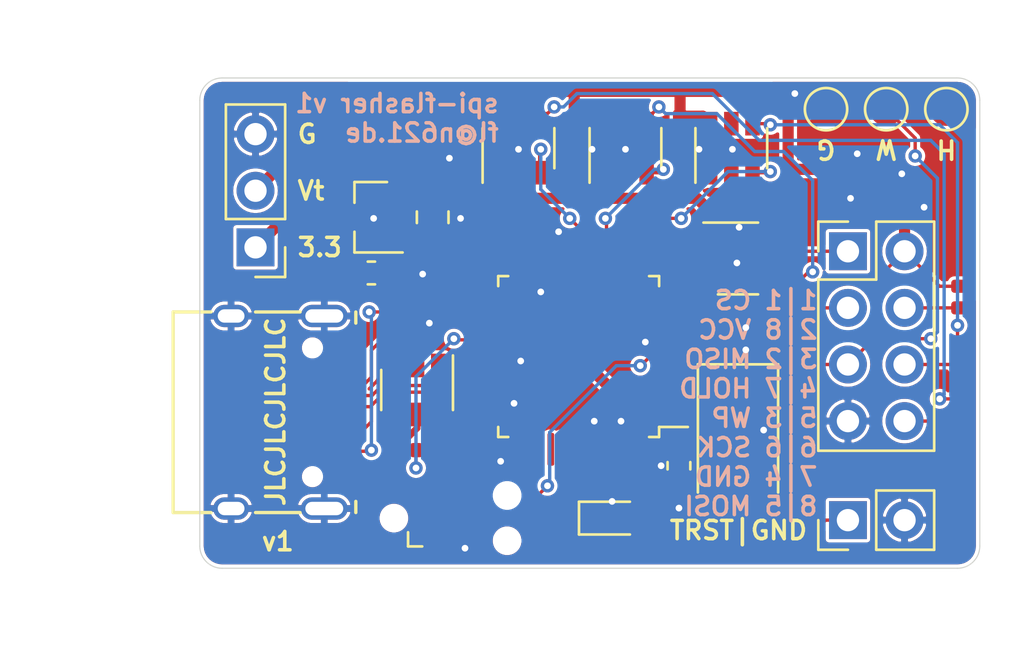
<source format=kicad_pcb>
(kicad_pcb (version 20171130) (host pcbnew 5.1.4)
  (layers (0 F.Cu signal) (31 B.Cu signal) (34 B.Paste user) (35 F.Paste user) (36 B.SilkS user) (37 F.SilkS user) (38 B.Mask user) (39 F.Mask user) (44 Edge.Cuts user))
  (net 0 "")
  (net 1 GND)
  (net 2 VBUS)
  (net 3 +3V3)
  (net 4 "Net-(C3-Pad1)")
  (net 5 /NRST)
  (net 6 /V_TARGET)
  (net 7 "Net-(C6-Pad1)")
  (net 8 "Net-(D1-Pad1)")
  (net 9 "Net-(J1-PadB5)")
  (net 10 "Net-(J1-PadA8)")
  (net 11 /USB_DP)
  (net 12 /USB_DM)
  (net 13 "Net-(J1-PadA5)")
  (net 14 "Net-(J1-PadB8)")
  (net 15 "Net-(J2-Pad6)")
  (net 16 /SWCLK)
  (net 17 /SWDIO)
  (net 18 /TRST)
  (net 19 "Net-(J5-Pad8)")
  (net 20 "Net-(J5-Pad6)")
  (net 21 /WP)
  (net 22 /HOLD)
  (net 23 "Net-(J5-Pad3)")
  (net 24 "Net-(J5-Pad1)")
  (net 25 "Net-(R3-Pad1)")
  (net 26 /NSS)
  (net 27 /MISO)
  (net 28 "Net-(R6-Pad1)")
  (net 29 /SCK)
  (net 30 /MOSI)
  (net 31 "Net-(U2-Pad4)")
  (net 32 "Net-(U2-Pad3)")
  (net 33 "Net-(U4-Pad46)")
  (net 34 "Net-(U4-Pad43)")
  (net 35 "Net-(U4-Pad41)")
  (net 36 "Net-(U4-Pad40)")
  (net 37 "Net-(U4-Pad39)")
  (net 38 "Net-(U4-Pad38)")
  (net 39 "Net-(U4-Pad31)")
  (net 40 "Net-(U4-Pad30)")
  (net 41 "Net-(U4-Pad28)")
  (net 42 "Net-(U4-Pad27)")
  (net 43 "Net-(U4-Pad26)")
  (net 44 "Net-(U4-Pad25)")
  (net 45 "Net-(U4-Pad22)")
  (net 46 "Net-(U4-Pad21)")
  (net 47 "Net-(U4-Pad20)")
  (net 48 "Net-(U4-Pad19)")
  (net 49 "Net-(U4-Pad18)")
  (net 50 /MOSI_MCU)
  (net 51 /MISO_MCU)
  (net 52 /SCK_MCU)
  (net 53 /NSS_MCU)
  (net 54 "Net-(U4-Pad13)")
  (net 55 "Net-(U4-Pad12)")
  (net 56 "Net-(U4-Pad11)")
  (net 57 "Net-(U4-Pad10)")
  (net 58 "Net-(U4-Pad4)")
  (net 59 "Net-(U4-Pad3)")
  (net 60 "Net-(U4-Pad2)")
  (module Package_TO_SOT_SMD:SOT-23 (layer F.Cu) (at 107.7 84.25 180)
    (fp_text reference U1 hide)
    (fp_text value XC6206)
    (pad 3 smd rect (at 1 0 180) (size 0.9 0.8) (layers F.Cu F.Paste F.Mask) (net 2 VBUS))
    (pad 2 smd rect (at -1 0.95 180) (size 0.9 0.8) (layers F.Cu F.Paste F.Mask) (net 3 +3V3))
    (pad 1 smd rect (at -1 -0.95 180) (size 0.9 0.8) (layers F.Cu F.Paste F.Mask) (net 1 GND))
  )
  (module Crystal:Crystal_SMD_5032-2Pin_5.0x3.2mm (layer F.Cu) (at 124.15 93.9 270)
    (fp_text reference Y1 hide)
    (fp_text value 8MHz)
    (pad 1 smd rect (at -1.85 0 270) (size 2 2.4) (layers F.Cu F.Paste F.Mask) (net 7 "Net-(C6-Pad1)"))
    (pad 2 smd rect (at 1.85 0 270) (size 2 2.4) (layers F.Cu F.Paste F.Mask) (net 4 "Net-(C3-Pad1)"))
  )
  (module Package_TO_SOT_SMD:SOT-23-6 (layer F.Cu) (at 119.1 81.15 90)
    (fp_text reference U8 hide)
    (fp_text value SN74LVC1T45DBV)
    (pad 5 smd rect (at 1.1 0 90) (size 1.06 0.65) (layers F.Cu F.Paste F.Mask) (net 1 GND))
    (pad 6 smd rect (at 1.1 -0.95 90) (size 1.06 0.65) (layers F.Cu F.Paste F.Mask) (net 6 /V_TARGET))
    (pad 4 smd rect (at 1.1 0.95 90) (size 1.06 0.65) (layers F.Cu F.Paste F.Mask) (net 27 /MISO))
    (pad 3 smd rect (at -1.1 0.95 90) (size 1.06 0.65) (layers F.Cu F.Paste F.Mask) (net 51 /MISO_MCU))
    (pad 2 smd rect (at -1.1 0 90) (size 1.06 0.65) (layers F.Cu F.Paste F.Mask) (net 1 GND))
    (pad 1 smd rect (at -1.1 -0.95 90) (size 1.06 0.65) (layers F.Cu F.Paste F.Mask) (net 3 +3V3))
  )
  (module Package_TO_SOT_SMD:SOT-23-6 (layer F.Cu) (at 123.85 81.15 90)
    (fp_text reference U7 hide)
    (fp_text value SN74LVC1T45DBV)
    (pad 5 smd rect (at 1.1 0 90) (size 1.06 0.65) (layers F.Cu F.Paste F.Mask) (net 3 +3V3))
    (pad 6 smd rect (at 1.1 -0.95 90) (size 1.06 0.65) (layers F.Cu F.Paste F.Mask) (net 6 /V_TARGET))
    (pad 4 smd rect (at 1.1 0.95 90) (size 1.06 0.65) (layers F.Cu F.Paste F.Mask) (net 29 /SCK))
    (pad 3 smd rect (at -1.1 0.95 90) (size 1.06 0.65) (layers F.Cu F.Paste F.Mask) (net 52 /SCK_MCU))
    (pad 2 smd rect (at -1.1 0 90) (size 1.06 0.65) (layers F.Cu F.Paste F.Mask) (net 1 GND))
    (pad 1 smd rect (at -1.1 -0.95 90) (size 1.06 0.65) (layers F.Cu F.Paste F.Mask) (net 3 +3V3))
  )
  (module Package_TO_SOT_SMD:SOT-23-6 (layer F.Cu) (at 114.3 81.15 90)
    (fp_text reference U6 hide)
    (fp_text value SN74LVC1T45DBV)
    (pad 5 smd rect (at 1.1 0 90) (size 1.06 0.65) (layers F.Cu F.Paste F.Mask) (net 3 +3V3))
    (pad 6 smd rect (at 1.1 -0.95 90) (size 1.06 0.65) (layers F.Cu F.Paste F.Mask) (net 6 /V_TARGET))
    (pad 4 smd rect (at 1.1 0.95 90) (size 1.06 0.65) (layers F.Cu F.Paste F.Mask) (net 30 /MOSI))
    (pad 3 smd rect (at -1.1 0.95 90) (size 1.06 0.65) (layers F.Cu F.Paste F.Mask) (net 50 /MOSI_MCU))
    (pad 2 smd rect (at -1.1 0 90) (size 1.06 0.65) (layers F.Cu F.Paste F.Mask) (net 1 GND))
    (pad 1 smd rect (at -1.1 -0.95 90) (size 1.06 0.65) (layers F.Cu F.Paste F.Mask) (net 3 +3V3))
  )
  (module Package_TO_SOT_SMD:SOT-23-6 (layer F.Cu) (at 124.15 86.1)
    (fp_text reference U5 hide)
    (fp_text value SN74LVC1T45DBV)
    (pad 5 smd rect (at 1.1 0) (size 1.06 0.65) (layers F.Cu F.Paste F.Mask) (net 3 +3V3))
    (pad 6 smd rect (at 1.1 -0.95) (size 1.06 0.65) (layers F.Cu F.Paste F.Mask) (net 6 /V_TARGET))
    (pad 4 smd rect (at 1.1 0.95) (size 1.06 0.65) (layers F.Cu F.Paste F.Mask) (net 26 /NSS))
    (pad 3 smd rect (at -1.1 0.95) (size 1.06 0.65) (layers F.Cu F.Paste F.Mask) (net 53 /NSS_MCU))
    (pad 2 smd rect (at -1.1 0) (size 1.06 0.65) (layers F.Cu F.Paste F.Mask) (net 1 GND))
    (pad 1 smd rect (at -1.1 -0.95) (size 1.06 0.65) (layers F.Cu F.Paste F.Mask) (net 3 +3V3))
  )
  (module Package_QFP:LQFP-48_7x7mm_P0.5mm (layer F.Cu) (at 117 90.5 180)
    (fp_text reference U4 hide)
    (fp_text value STM32F103C8T6)
    (pad 48 smd roundrect (at -2.75 -4.1625 180) (size 0.3 1.475) (layers F.Cu F.Paste F.Mask) (net 3 +3V3))
    (pad 47 smd roundrect (at -2.25 -4.1625 180) (size 0.3 1.475) (layers F.Cu F.Paste F.Mask) (net 1 GND))
    (pad 46 smd roundrect (at -1.75 -4.1625 180) (size 0.3 1.475) (layers F.Cu F.Paste F.Mask) (net 33 "Net-(U4-Pad46)"))
    (pad 45 smd roundrect (at -1.25 -4.1625 180) (size 0.3 1.475) (layers F.Cu F.Paste F.Mask) (net 25 "Net-(R3-Pad1)"))
    (pad 44 smd roundrect (at -0.75 -4.1625 180) (size 0.3 1.475) (layers F.Cu F.Paste F.Mask) (net 1 GND))
    (pad 43 smd roundrect (at -0.25 -4.1625 180) (size 0.3 1.475) (layers F.Cu F.Paste F.Mask) (net 34 "Net-(U4-Pad43)"))
    (pad 42 smd roundrect (at 0.25 -4.1625 180) (size 0.3 1.475) (layers F.Cu F.Paste F.Mask) (net 18 /TRST))
    (pad 41 smd roundrect (at 0.75 -4.1625 180) (size 0.3 1.475) (layers F.Cu F.Paste F.Mask) (net 35 "Net-(U4-Pad41)"))
    (pad 40 smd roundrect (at 1.25 -4.1625 180) (size 0.3 1.475) (layers F.Cu F.Paste F.Mask) (net 36 "Net-(U4-Pad40)"))
    (pad 39 smd roundrect (at 1.75 -4.1625 180) (size 0.3 1.475) (layers F.Cu F.Paste F.Mask) (net 37 "Net-(U4-Pad39)"))
    (pad 38 smd roundrect (at 2.25 -4.1625 180) (size 0.3 1.475) (layers F.Cu F.Paste F.Mask) (net 38 "Net-(U4-Pad38)"))
    (pad 37 smd roundrect (at 2.75 -4.1625 180) (size 0.3 1.475) (layers F.Cu F.Paste F.Mask) (net 16 /SWCLK))
    (pad 36 smd roundrect (at 4.1625 -2.75 180) (size 1.475 0.3) (layers F.Cu F.Paste F.Mask) (net 3 +3V3))
    (pad 35 smd roundrect (at 4.1625 -2.25 180) (size 1.475 0.3) (layers F.Cu F.Paste F.Mask) (net 1 GND))
    (pad 34 smd roundrect (at 4.1625 -1.75 180) (size 1.475 0.3) (layers F.Cu F.Paste F.Mask) (net 17 /SWDIO))
    (pad 33 smd roundrect (at 4.1625 -1.25 180) (size 1.475 0.3) (layers F.Cu F.Paste F.Mask) (net 11 /USB_DP))
    (pad 32 smd roundrect (at 4.1625 -0.75 180) (size 1.475 0.3) (layers F.Cu F.Paste F.Mask) (net 12 /USB_DM))
    (pad 31 smd roundrect (at 4.1625 -0.25 180) (size 1.475 0.3) (layers F.Cu F.Paste F.Mask) (net 39 "Net-(U4-Pad31)"))
    (pad 30 smd roundrect (at 4.1625 0.25 180) (size 1.475 0.3) (layers F.Cu F.Paste F.Mask) (net 40 "Net-(U4-Pad30)"))
    (pad 29 smd roundrect (at 4.1625 0.75 180) (size 1.475 0.3) (layers F.Cu F.Paste F.Mask) (net 28 "Net-(R6-Pad1)"))
    (pad 28 smd roundrect (at 4.1625 1.25 180) (size 1.475 0.3) (layers F.Cu F.Paste F.Mask) (net 41 "Net-(U4-Pad28)"))
    (pad 27 smd roundrect (at 4.1625 1.75 180) (size 1.475 0.3) (layers F.Cu F.Paste F.Mask) (net 42 "Net-(U4-Pad27)"))
    (pad 26 smd roundrect (at 4.1625 2.25 180) (size 1.475 0.3) (layers F.Cu F.Paste F.Mask) (net 43 "Net-(U4-Pad26)"))
    (pad 25 smd roundrect (at 4.1625 2.75 180) (size 1.475 0.3) (layers F.Cu F.Paste F.Mask) (net 44 "Net-(U4-Pad25)"))
    (pad 24 smd roundrect (at 2.75 4.1625 180) (size 0.3 1.475) (layers F.Cu F.Paste F.Mask) (net 3 +3V3))
    (pad 23 smd roundrect (at 2.25 4.1625 180) (size 0.3 1.475) (layers F.Cu F.Paste F.Mask) (net 1 GND))
    (pad 22 smd roundrect (at 1.75 4.1625 180) (size 0.3 1.475) (layers F.Cu F.Paste F.Mask) (net 45 "Net-(U4-Pad22)"))
    (pad 21 smd roundrect (at 1.25 4.1625 180) (size 0.3 1.475) (layers F.Cu F.Paste F.Mask) (net 46 "Net-(U4-Pad21)"))
    (pad 20 smd roundrect (at 0.75 4.1625 180) (size 0.3 1.475) (layers F.Cu F.Paste F.Mask) (net 47 "Net-(U4-Pad20)"))
    (pad 19 smd roundrect (at 0.25 4.1625 180) (size 0.3 1.475) (layers F.Cu F.Paste F.Mask) (net 48 "Net-(U4-Pad19)"))
    (pad 18 smd roundrect (at -0.25 4.1625 180) (size 0.3 1.475) (layers F.Cu F.Paste F.Mask) (net 49 "Net-(U4-Pad18)"))
    (pad 17 smd roundrect (at -0.75 4.1625 180) (size 0.3 1.475) (layers F.Cu F.Paste F.Mask) (net 50 /MOSI_MCU))
    (pad 16 smd roundrect (at -1.25 4.1625 180) (size 0.3 1.475) (layers F.Cu F.Paste F.Mask) (net 51 /MISO_MCU))
    (pad 15 smd roundrect (at -1.75 4.1625 180) (size 0.3 1.475) (layers F.Cu F.Paste F.Mask) (net 52 /SCK_MCU))
    (pad 14 smd roundrect (at -2.25 4.1625 180) (size 0.3 1.475) (layers F.Cu F.Paste F.Mask) (net 53 /NSS_MCU))
    (pad 13 smd roundrect (at -2.75 4.1625 180) (size 0.3 1.475) (layers F.Cu F.Paste F.Mask) (net 54 "Net-(U4-Pad13)"))
    (pad 12 smd roundrect (at -4.1625 2.75 180) (size 1.475 0.3) (layers F.Cu F.Paste F.Mask) (net 55 "Net-(U4-Pad12)"))
    (pad 11 smd roundrect (at -4.1625 2.25 180) (size 1.475 0.3) (layers F.Cu F.Paste F.Mask) (net 56 "Net-(U4-Pad11)"))
    (pad 10 smd roundrect (at -4.1625 1.75 180) (size 1.475 0.3) (layers F.Cu F.Paste F.Mask) (net 57 "Net-(U4-Pad10)"))
    (pad 9 smd roundrect (at -4.1625 1.25 180) (size 1.475 0.3) (layers F.Cu F.Paste F.Mask) (net 3 +3V3))
    (pad 8 smd roundrect (at -4.1625 0.75 180) (size 1.475 0.3) (layers F.Cu F.Paste F.Mask) (net 1 GND))
    (pad 7 smd roundrect (at -4.1625 0.25 180) (size 1.475 0.3) (layers F.Cu F.Paste F.Mask) (net 5 /NRST))
    (pad 6 smd roundrect (at -4.1625 -0.25 180) (size 1.475 0.3) (layers F.Cu F.Paste F.Mask) (net 7 "Net-(C6-Pad1)"))
    (pad 5 smd roundrect (at -4.1625 -0.75 180) (size 1.475 0.3) (layers F.Cu F.Paste F.Mask) (net 4 "Net-(C3-Pad1)"))
    (pad 4 smd roundrect (at -4.1625 -1.25 180) (size 1.475 0.3) (layers F.Cu F.Paste F.Mask) (net 58 "Net-(U4-Pad4)"))
    (pad 3 smd roundrect (at -4.1625 -1.75 180) (size 1.475 0.3) (layers F.Cu F.Paste F.Mask) (net 59 "Net-(U4-Pad3)"))
    (pad 2 smd roundrect (at -4.1625 -2.25 180) (size 1.475 0.3) (layers F.Cu F.Paste F.Mask) (net 60 "Net-(U4-Pad2)"))
    (pad 1 smd roundrect (at -4.1625 -2.75 180) (size 1.475 0.3) (layers F.Cu F.Paste F.Mask) (net 3 +3V3))
  )
  (module Package_TO_SOT_SMD:SOT-23-6 (layer F.Cu) (at 109.75 92 270)
    (fp_text reference U2 hide)
    (fp_text value SRV05-4-P-T7)
    (pad 5 smd rect (at 1.1 0 270) (size 1.06 0.65) (layers F.Cu F.Paste F.Mask) (net 2 VBUS))
    (pad 6 smd rect (at 1.1 -0.95 270) (size 1.06 0.65) (layers F.Cu F.Paste F.Mask) (net 11 /USB_DP))
    (pad 4 smd rect (at 1.1 0.95 270) (size 1.06 0.65) (layers F.Cu F.Paste F.Mask) (net 31 "Net-(U2-Pad4)"))
    (pad 3 smd rect (at -1.1 0.95 270) (size 1.06 0.65) (layers F.Cu F.Paste F.Mask) (net 32 "Net-(U2-Pad3)"))
    (pad 2 smd rect (at -1.1 0 270) (size 1.06 0.65) (layers F.Cu F.Paste F.Mask) (net 1 GND))
    (pad 1 smd rect (at -1.1 -0.95 270) (size 1.06 0.65) (layers F.Cu F.Paste F.Mask) (net 12 /USB_DM))
  )
  (module TestPoint:TestPoint_Pad_D1.5mm (layer F.Cu) (at 130.8 79.4 270)
    (fp_text reference TP3 hide)
    (fp_text value TestPoint)
    (pad 1 smd circle (at 0 0 270) (size 1.5 1.5) (layers F.Cu F.Mask) (net 21 /WP))
  )
  (module TestPoint:TestPoint_Pad_D1.5mm (layer F.Cu) (at 133.5 79.4 270)
    (fp_text reference TP2 hide)
    (fp_text value TestPoint)
    (pad 1 smd circle (at 0 0 270) (size 1.5 1.5) (layers F.Cu F.Mask) (net 22 /HOLD))
  )
  (module TestPoint:TestPoint_Pad_D1.5mm (layer F.Cu) (at 128.1 79.4 270)
    (fp_text reference TP1 hide)
    (fp_text value TestPoint)
    (pad 1 smd circle (at 0 0 270) (size 1.5 1.5) (layers F.Cu F.Mask) (net 1 GND))
  )
  (module Resistor_SMD:R_0402_1005Metric (layer F.Cu) (at 134.036 92.911 270)
    (fp_text reference R10 hide)
    (fp_text value 33R)
    (pad 2 smd roundrect (at 0.485 0 270) (size 0.59 0.64) (layers F.Cu F.Paste F.Mask) (net 19 "Net-(J5-Pad8)"))
    (pad 1 smd roundrect (at -0.485 0 270) (size 0.59 0.64) (layers F.Cu F.Paste F.Mask) (net 30 /MOSI))
  )
  (module Resistor_SMD:R_0402_1005Metric (layer F.Cu) (at 134.036 90.371 270)
    (fp_text reference R9 hide)
    (fp_text value 33R)
    (pad 2 smd roundrect (at 0.485 0 270) (size 0.59 0.64) (layers F.Cu F.Paste F.Mask) (net 20 "Net-(J5-Pad6)"))
    (pad 1 smd roundrect (at -0.485 0 270) (size 0.59 0.64) (layers F.Cu F.Paste F.Mask) (net 29 /SCK))
  )
  (module Resistor_SMD:R_0402_1005Metric (layer F.Cu) (at 126.67 90.371 270)
    (fp_text reference R8 hide)
    (fp_text value 1k)
    (pad 2 smd roundrect (at 0.485 0 270) (size 0.59 0.64) (layers F.Cu F.Paste F.Mask) (net 21 /WP))
    (pad 1 smd roundrect (at -0.485 0 270) (size 0.59 0.64) (layers F.Cu F.Paste F.Mask) (net 6 /V_TARGET))
  )
  (module Resistor_SMD:R_0402_1005Metric (layer F.Cu) (at 134.036 87.831 270)
    (fp_text reference R7 hide)
    (fp_text value 1k)
    (pad 2 smd roundrect (at 0.485 0 270) (size 0.59 0.64) (layers F.Cu F.Paste F.Mask) (net 22 /HOLD))
    (pad 1 smd roundrect (at -0.485 0 270) (size 0.59 0.64) (layers F.Cu F.Paste F.Mask) (net 6 /V_TARGET))
  )
  (module Resistor_SMD:R_0402_1005Metric (layer F.Cu) (at 110.2 94.7)
    (fp_text reference R6 hide)
    (fp_text value 1k5)
    (pad 2 smd roundrect (at 0.485 0) (size 0.59 0.64) (layers F.Cu F.Paste F.Mask) (net 11 /USB_DP))
    (pad 1 smd roundrect (at -0.485 0) (size 0.59 0.64) (layers F.Cu F.Paste F.Mask) (net 28 "Net-(R6-Pad1)"))
  )
  (module Resistor_SMD:R_0402_1005Metric (layer F.Cu) (at 126.67 87.831 270)
    (fp_text reference R5 hide)
    (fp_text value 33R)
    (pad 2 smd roundrect (at 0.485 0 270) (size 0.59 0.64) (layers F.Cu F.Paste F.Mask) (net 23 "Net-(J5-Pad3)"))
    (pad 1 smd roundrect (at -0.485 0 270) (size 0.59 0.64) (layers F.Cu F.Paste F.Mask) (net 27 /MISO))
  )
  (module Resistor_SMD:R_0402_1005Metric (layer F.Cu) (at 126.67 85.291 270)
    (fp_text reference R4 hide)
    (fp_text value 33R)
    (pad 2 smd roundrect (at 0.485 0 270) (size 0.59 0.64) (layers F.Cu F.Paste F.Mask) (net 24 "Net-(J5-Pad1)"))
    (pad 1 smd roundrect (at -0.485 0 270) (size 0.59 0.64) (layers F.Cu F.Paste F.Mask) (net 26 /NSS))
  )
  (module Resistor_SMD:R_0402_1005Metric (layer F.Cu) (at 117.5 96.25 180)
    (fp_text reference R3 hide)
    (fp_text value 220R)
    (pad 2 smd roundrect (at 0.485 0 180) (size 0.59 0.64) (layers F.Cu F.Paste F.Mask) (net 8 "Net-(D1-Pad1)"))
    (pad 1 smd roundrect (at -0.485 0 180) (size 0.59 0.64) (layers F.Cu F.Paste F.Mask) (net 25 "Net-(R3-Pad1)"))
  )
  (module Resistor_SMD:R_0402_1005Metric (layer F.Cu) (at 108.9 88.5 180)
    (fp_text reference R2 hide)
    (fp_text value 5k1)
    (pad 2 smd roundrect (at 0.485 0 180) (size 0.59 0.64) (layers F.Cu F.Paste F.Mask) (net 9 "Net-(J1-PadB5)"))
    (pad 1 smd roundrect (at -0.485 0 180) (size 0.59 0.64) (layers F.Cu F.Paste F.Mask) (net 1 GND))
  )
  (module Resistor_SMD:R_0402_1005Metric (layer F.Cu) (at 108.9 89.5 180)
    (fp_text reference R1 hide)
    (fp_text value 5k1)
    (pad 2 smd roundrect (at 0.485 0 180) (size 0.59 0.64) (layers F.Cu F.Paste F.Mask) (net 13 "Net-(J1-PadA5)"))
    (pad 1 smd roundrect (at -0.485 0 180) (size 0.59 0.64) (layers F.Cu F.Paste F.Mask) (net 1 GND))
  )
  (module Connector_PinHeader_2.54mm:PinHeader_2x04_P2.54mm_Vertical (layer F.Cu) (at 129.083 85.776)
    (fp_text reference J5 hide)
    (fp_text value Clip)
    (pad 8 thru_hole oval (at 2.54 7.62) (size 1.7 1.7) (drill 1) (layers *.Cu *.Mask) (net 19 "Net-(J5-Pad8)"))
    (pad 7 thru_hole oval (at 0 7.62) (size 1.7 1.7) (drill 1) (layers *.Cu *.Mask) (net 1 GND))
    (pad 6 thru_hole oval (at 2.54 5.08) (size 1.7 1.7) (drill 1) (layers *.Cu *.Mask) (net 20 "Net-(J5-Pad6)"))
    (pad 5 thru_hole oval (at 0 5.08) (size 1.7 1.7) (drill 1) (layers *.Cu *.Mask) (net 21 /WP))
    (pad 4 thru_hole oval (at 2.54 2.54) (size 1.7 1.7) (drill 1) (layers *.Cu *.Mask) (net 22 /HOLD))
    (pad 3 thru_hole oval (at 0 2.54) (size 1.7 1.7) (drill 1) (layers *.Cu *.Mask) (net 23 "Net-(J5-Pad3)"))
    (pad 2 thru_hole oval (at 2.54 0) (size 1.7 1.7) (drill 1) (layers *.Cu *.Mask) (net 6 /V_TARGET))
    (pad 1 thru_hole rect (at 0 0) (size 1.7 1.7) (drill 1) (layers *.Cu *.Mask) (net 24 "Net-(J5-Pad1)"))
  )
  (module Connector_PinHeader_2.54mm:PinHeader_1x03_P2.54mm_Vertical (layer F.Cu) (at 102.5 85.6 180)
    (fp_text reference J4 hide)
    (fp_text value Conn_01x03)
    (pad 3 thru_hole oval (at 0 5.08 180) (size 1.7 1.7) (drill 1) (layers *.Cu *.Mask) (net 1 GND))
    (pad 2 thru_hole oval (at 0 2.54 180) (size 1.7 1.7) (drill 1) (layers *.Cu *.Mask) (net 6 /V_TARGET))
    (pad 1 thru_hole rect (at 0 0 180) (size 1.7 1.7) (drill 1) (layers *.Cu *.Mask) (net 3 +3V3))
  )
  (module Connector_PinHeader_2.54mm:PinHeader_1x02_P2.54mm_Vertical (layer F.Cu) (at 129.083 97.841 90)
    (fp_text reference J3 hide)
    (fp_text value Conn_01x02)
    (pad 2 thru_hole oval (at 0 2.54 90) (size 1.7 1.7) (drill 1) (layers *.Cu *.Mask) (net 1 GND))
    (pad 1 thru_hole rect (at 0 0 90) (size 1.7 1.7) (drill 1) (layers *.Cu *.Mask) (net 18 /TRST))
  )
  (module Connector:Tag-Connect_TC2030-IDC-NL_2x03_P1.27mm_Vertical (layer F.Cu) (at 111.25 97.75)
    (fp_text reference J2 hide)
    (fp_text value Tag-Connect)
    (pad "" np_thru_hole circle (at 2.54 -1.016) (size 0.9906 0.9906) (drill 0.9906) (layers *.Cu *.Mask))
    (pad "" np_thru_hole circle (at 2.54 1.016) (size 0.9906 0.9906) (drill 0.9906) (layers *.Cu *.Mask))
    (pad "" np_thru_hole circle (at -2.54 0) (size 0.9906 0.9906) (drill 0.9906) (layers *.Cu *.Mask))
    (pad 1 connect circle (at -1.27 0.635) (size 0.7874 0.7874) (layers F.Cu F.Mask) (net 3 +3V3))
    (pad 2 connect circle (at -1.27 -0.635) (size 0.7874 0.7874) (layers F.Cu F.Mask) (net 17 /SWDIO))
    (pad 3 connect circle (at 0 0.635) (size 0.7874 0.7874) (layers F.Cu F.Mask) (net 5 /NRST))
    (pad 4 connect circle (at 0 -0.635) (size 0.7874 0.7874) (layers F.Cu F.Mask) (net 16 /SWCLK))
    (pad 5 connect circle (at 1.27 0.635) (size 0.7874 0.7874) (layers F.Cu F.Mask) (net 1 GND))
    (pad 6 connect circle (at 1.27 -0.635) (size 0.7874 0.7874) (layers F.Cu F.Mask) (net 15 "Net-(J2-Pad6)"))
  )
  (module footprints:USB-C_16Pin (layer F.Cu) (at 106.5 93 270)
    (fp_text reference J1 hide)
    (fp_text value USB_C_Receptacle_USB2.0)
    (pad A1 smd rect (at -3.2 0 270) (size 0.6 1.45) (layers F.Cu F.Paste F.Mask) (net 1 GND))
    (pad A4 smd rect (at -2.4 0 270) (size 0.6 1.45) (layers F.Cu F.Paste F.Mask) (net 2 VBUS))
    (pad B8 smd rect (at -1.75 0 270) (size 0.3 1.45) (layers F.Cu F.Paste F.Mask) (net 14 "Net-(J1-PadB8)"))
    (pad A5 smd rect (at -1.25 0 270) (size 0.3 1.45) (layers F.Cu F.Paste F.Mask) (net 13 "Net-(J1-PadA5)"))
    (pad B7 smd rect (at -0.75 0 270) (size 0.3 1.45) (layers F.Cu F.Paste F.Mask) (net 12 /USB_DM))
    (pad A6 smd rect (at -0.25 0 270) (size 0.3 1.45) (layers F.Cu F.Paste F.Mask) (net 11 /USB_DP))
    (pad A7 smd rect (at 0.25 0 270) (size 0.3 1.45) (layers F.Cu F.Paste F.Mask) (net 12 /USB_DM))
    (pad B6 smd rect (at 0.75 0 270) (size 0.3 1.45) (layers F.Cu F.Paste F.Mask) (net 11 /USB_DP))
    (pad A8 smd rect (at 1.25 0 270) (size 0.3 1.45) (layers F.Cu F.Paste F.Mask) (net 10 "Net-(J1-PadA8)"))
    (pad B5 smd rect (at 1.75 0 270) (size 0.3 1.45) (layers F.Cu F.Paste F.Mask) (net 9 "Net-(J1-PadB5)"))
    (pad B4 smd rect (at 2.4 0 270) (size 0.6 1.45) (layers F.Cu F.Paste F.Mask) (net 2 VBUS))
    (pad B1 smd rect (at 3.2 0 270) (size 0.6 1.45) (layers F.Cu F.Paste F.Mask) (net 1 GND))
    (pad "" np_thru_hole circle (at -2.89 1.445 270) (size 0.65 0.65) (drill 0.65) (layers *.Cu *.Mask))
    (pad "" np_thru_hole circle (at 2.89 1.445 270) (size 0.65 0.65) (drill 0.65) (layers *.Cu *.Mask))
    (pad S1 thru_hole oval (at 4.32 5.095 270) (size 1 1.6) (drill oval 0.6 1.2) (layers *.Cu *.Mask) (net 1 GND))
    (pad S1 thru_hole oval (at -4.32 5.095 270) (size 1 1.6) (drill oval 0.6 1.2) (layers *.Cu *.Mask) (net 1 GND))
    (pad S1 thru_hole oval (at 4.32 0.915 270) (size 1 2.1) (drill oval 0.6 1.7) (layers *.Cu *.Mask) (net 1 GND))
    (pad S1 thru_hole oval (at -4.32 0.915 270) (size 1 2.1) (drill oval 0.6 1.7) (layers *.Cu *.Mask) (net 1 GND))
  )
  (module LED_SMD:LED_0603_1608Metric (layer F.Cu) (at 118.5 97.75)
    (fp_text reference D1 hide)
    (fp_text value green)
    (pad 2 smd roundrect (at 0.7875 0) (size 0.875 0.95) (layers F.Cu F.Paste F.Mask) (net 3 +3V3))
    (pad 1 smd roundrect (at -0.7875 0) (size 0.875 0.95) (layers F.Cu F.Paste F.Mask) (net 8 "Net-(D1-Pad1)"))
  )
  (module Capacitor_SMD:C_0402_1005Metric (layer F.Cu) (at 116.8 80.2 270)
    (fp_text reference C19 hide)
    (fp_text value 100n)
    (pad 2 smd roundrect (at 0.485 0 270) (size 0.59 0.64) (layers F.Cu F.Paste F.Mask) (net 1 GND))
    (pad 1 smd roundrect (at -0.485 0 270) (size 0.59 0.64) (layers F.Cu F.Paste F.Mask) (net 6 /V_TARGET))
  )
  (module Capacitor_SMD:C_0402_1005Metric (layer F.Cu) (at 121.55 80.2 270)
    (fp_text reference C18 hide)
    (fp_text value 100n)
    (pad 2 smd roundrect (at 0.485 0 270) (size 0.59 0.64) (layers F.Cu F.Paste F.Mask) (net 1 GND))
    (pad 1 smd roundrect (at -0.485 0 270) (size 0.59 0.64) (layers F.Cu F.Paste F.Mask) (net 6 /V_TARGET))
  )
  (module Capacitor_SMD:C_0402_1005Metric (layer F.Cu) (at 116.8 82.1 90)
    (fp_text reference C17 hide)
    (fp_text value 100n)
    (pad 2 smd roundrect (at 0.485 0 90) (size 0.59 0.64) (layers F.Cu F.Paste F.Mask) (net 1 GND))
    (pad 1 smd roundrect (at -0.485 0 90) (size 0.59 0.64) (layers F.Cu F.Paste F.Mask) (net 3 +3V3))
  )
  (module Capacitor_SMD:C_0402_1005Metric (layer F.Cu) (at 121.55 82.1 90)
    (fp_text reference C16 hide)
    (fp_text value 100n)
    (pad 2 smd roundrect (at 0.485 0 90) (size 0.59 0.64) (layers F.Cu F.Paste F.Mask) (net 1 GND))
    (pad 1 smd roundrect (at -0.485 0 90) (size 0.59 0.64) (layers F.Cu F.Paste F.Mask) (net 3 +3V3))
  )
  (module Capacitor_SMD:C_0402_1005Metric (layer F.Cu) (at 112 80.2 270)
    (fp_text reference C15 hide)
    (fp_text value 100n)
    (pad 2 smd roundrect (at 0.485 0 270) (size 0.59 0.64) (layers F.Cu F.Paste F.Mask) (net 1 GND))
    (pad 1 smd roundrect (at -0.485 0 270) (size 0.59 0.64) (layers F.Cu F.Paste F.Mask) (net 6 /V_TARGET))
  )
  (module Capacitor_SMD:C_0402_1005Metric (layer F.Cu) (at 125.1 83.8 180)
    (fp_text reference C14 hide)
    (fp_text value 100n)
    (pad 2 smd roundrect (at 0.485 0 180) (size 0.59 0.64) (layers F.Cu F.Paste F.Mask) (net 1 GND))
    (pad 1 smd roundrect (at -0.485 0 180) (size 0.59 0.64) (layers F.Cu F.Paste F.Mask) (net 6 /V_TARGET))
  )
  (module Capacitor_SMD:C_0402_1005Metric (layer F.Cu) (at 114.8 84.8)
    (fp_text reference C13 hide)
    (fp_text value 100n)
    (pad 2 smd roundrect (at 0.485 0) (size 0.59 0.64) (layers F.Cu F.Paste F.Mask) (net 1 GND))
    (pad 1 smd roundrect (at -0.485 0) (size 0.59 0.64) (layers F.Cu F.Paste F.Mask) (net 3 +3V3))
  )
  (module Capacitor_SMD:C_0402_1005Metric (layer F.Cu) (at 112 82.1 90)
    (fp_text reference C12 hide)
    (fp_text value 100n)
    (pad 2 smd roundrect (at 0.485 0 90) (size 0.59 0.64) (layers F.Cu F.Paste F.Mask) (net 1 GND))
    (pad 1 smd roundrect (at -0.485 0 90) (size 0.59 0.64) (layers F.Cu F.Paste F.Mask) (net 3 +3V3))
  )
  (module Capacitor_SMD:C_0402_1005Metric (layer F.Cu) (at 123.2 83.8)
    (fp_text reference C11 hide)
    (fp_text value 100n)
    (pad 2 smd roundrect (at 0.485 0) (size 0.59 0.64) (layers F.Cu F.Paste F.Mask) (net 1 GND))
    (pad 1 smd roundrect (at -0.485 0) (size 0.59 0.64) (layers F.Cu F.Paste F.Mask) (net 3 +3V3))
  )
  (module Capacitor_SMD:C_0402_1005Metric (layer F.Cu) (at 119.5 96.25 180)
    (fp_text reference C10 hide)
    (fp_text value 100n)
    (pad 2 smd roundrect (at 0.485 0 180) (size 0.59 0.64) (layers F.Cu F.Paste F.Mask) (net 1 GND))
    (pad 1 smd roundrect (at -0.485 0 180) (size 0.59 0.64) (layers F.Cu F.Paste F.Mask) (net 3 +3V3))
  )
  (module Capacitor_SMD:C_0402_1005Metric (layer F.Cu) (at 112.6 94.7 270)
    (fp_text reference C9 hide)
    (fp_text value 100n)
    (pad 2 smd roundrect (at 0.485 0 270) (size 0.59 0.64) (layers F.Cu F.Paste F.Mask) (net 1 GND))
    (pad 1 smd roundrect (at -0.485 0 270) (size 0.59 0.64) (layers F.Cu F.Paste F.Mask) (net 3 +3V3))
  )
  (module Capacitor_SMD:C_0402_1005Metric (layer F.Cu) (at 123.2 89.2)
    (fp_text reference C8 hide)
    (fp_text value 100n)
    (pad 2 smd roundrect (at 0.485 0) (size 0.59 0.64) (layers F.Cu F.Paste F.Mask) (net 1 GND))
    (pad 1 smd roundrect (at -0.485 0) (size 0.59 0.64) (layers F.Cu F.Paste F.Mask) (net 3 +3V3))
  )
  (module Capacitor_SMD:C_0603_1608Metric (layer F.Cu) (at 121.5 95.4 270)
    (fp_text reference C7 hide)
    (fp_text value 1u)
    (pad 2 smd roundrect (at 0.7875 0 270) (size 0.875 0.95) (layers F.Cu F.Paste F.Mask) (net 1 GND))
    (pad 1 smd roundrect (at -0.7875 0 270) (size 0.875 0.95) (layers F.Cu F.Paste F.Mask) (net 3 +3V3))
  )
  (module Capacitor_SMD:C_0402_1005Metric (layer F.Cu) (at 126.6 92.9 270)
    (fp_text reference C6 hide)
    (fp_text value TBD)
    (pad 2 smd roundrect (at 0.485 0 270) (size 0.59 0.64) (layers F.Cu F.Paste F.Mask) (net 1 GND))
    (pad 1 smd roundrect (at -0.485 0 270) (size 0.59 0.64) (layers F.Cu F.Paste F.Mask) (net 7 "Net-(C6-Pad1)"))
  )
  (module Capacitor_SMD:C_0402_1005Metric (layer F.Cu) (at 123.2 90.2)
    (fp_text reference C4 hide)
    (fp_text value 100n)
    (pad 2 smd roundrect (at 0.485 0) (size 0.59 0.64) (layers F.Cu F.Paste F.Mask) (net 1 GND))
    (pad 1 smd roundrect (at -0.485 0) (size 0.59 0.64) (layers F.Cu F.Paste F.Mask) (net 5 /NRST))
  )
  (module Capacitor_SMD:C_0402_1005Metric (layer F.Cu) (at 126.6 94.9 90)
    (fp_text reference C3 hide)
    (fp_text value TBD)
    (pad 2 smd roundrect (at 0.485 0 90) (size 0.59 0.64) (layers F.Cu F.Paste F.Mask) (net 1 GND))
    (pad 1 smd roundrect (at -0.485 0 90) (size 0.59 0.64) (layers F.Cu F.Paste F.Mask) (net 4 "Net-(C3-Pad1)"))
  )
  (module Capacitor_SMD:C_0805_2012Metric (layer F.Cu) (at 110.45 84.25 270)
    (fp_text reference C2 hide)
    (fp_text value 10u)
    (pad 2 smd roundrect (at 0.9375 0 270) (size 0.975 1.4) (layers F.Cu F.Paste F.Mask) (net 1 GND))
    (pad 1 smd roundrect (at -0.9375 0 270) (size 0.975 1.4) (layers F.Cu F.Paste F.Mask) (net 3 +3V3))
  )
  (module Capacitor_SMD:C_0603_1608Metric (layer F.Cu) (at 107.7 86.75)
    (fp_text reference C1 hide)
    (fp_text value 1u)
    (pad 2 smd roundrect (at 0.7875 0) (size 0.875 0.95) (layers F.Cu F.Paste F.Mask) (net 1 GND))
    (pad 1 smd roundrect (at -0.7875 0) (size 0.875 0.95) (layers F.Cu F.Paste F.Mask) (net 2 VBUS))
  )
  (gr_text JLCJLCJLCJLC (at 103.4 97.3 90) (layer F.SilkS) (effects (font (size 0.82 0.82) (thickness 0.16)) (justify left)))
  (gr_arc (start 101 99) (end 100 99) (angle -90) (layer Edge.Cuts) (width 0.05))
  (gr_arc (start 134 99) (end 134 100) (angle -90) (layer Edge.Cuts) (width 0.05))
  (gr_arc (start 134 79) (end 135 79) (angle -90) (layer Edge.Cuts) (width 0.05))
  (gr_arc (start 101 79) (end 101 78) (angle -90) (layer Edge.Cuts) (width 0.05))
  (gr_text "1|1 CS\n2|8 VCC\n3|2 MISO\n4|7 HOLD\n5|3 WP\n6|6 SCK\n7|4 GND\n8|5 MOSI" (at 127.8 92.6) (layer B.SilkS) (effects (font (size 0.82 0.82) (thickness 0.16)) (justify left mirror)))
  (gr_text "spi-flasher v1\nfl@n621.de" (at 113.5 79.8) (layer B.SilkS) (effects (font (size 0.82 0.82) (thickness 0.16)) (justify left mirror)))
  (gr_text G (at 128.1 81.2 180) (layer F.SilkS) (effects (font (size 0.82 0.82) (thickness 0.16))))
  (gr_text H (at 133.5 81.2 180) (layer F.SilkS) (effects (font (size 0.82 0.82) (thickness 0.16))))
  (gr_text W (at 130.8 81.2 180) (layer F.SilkS) (effects (font (size 0.82 0.82) (thickness 0.16))))
  (gr_text v1 (at 103.5 98.8) (layer F.SilkS) (effects (font (size 0.82 0.82) (thickness 0.16))))
  (gr_text TRST|GND (at 121 98.3) (layer F.SilkS) (effects (font (size 0.82 0.82) (thickness 0.16)) (justify left)))
  (gr_text 3.3 (at 104.3 85.6) (layer F.SilkS) (effects (font (size 0.82 0.82) (thickness 0.16)) (justify left)))
  (gr_text Vt (at 104.3 83.06) (layer F.SilkS) (effects (font (size 0.82 0.82) (thickness 0.16)) (justify left)))
  (gr_text G (at 104.3 80.52) (layer F.SilkS) (effects (font (size 0.82 0.82) (thickness 0.16)) (justify left)))
  (gr_line (start 134 78) (end 101 78) (layer Edge.Cuts) (width 0.05))
  (gr_line (start 135 99) (end 135 79) (layer Edge.Cuts) (width 0.05))
  (gr_line (start 101 100) (end 134 100) (layer Edge.Cuts) (width 0.05))
  (gr_line (start 100 99) (end 100 79) (layer Edge.Cuts) (width 0.05))
  (via (at 114.3 81.2) (size 0.6) (drill 0.3) (layers F.Cu B.Cu) (net 1))
  (via (at 119.1 81.2) (size 0.6) (drill 0.3) (layers F.Cu B.Cu) (net 1))
  (via (at 111.2 81.6) (size 0.6) (drill 0.3) (layers F.Cu B.Cu) (net 1))
  (via (at 123.9 81.2) (size 0.6) (drill 0.3) (layers F.Cu B.Cu) (net 1))
  (via (at 122.4 81.2) (size 0.6) (drill 0.3) (layers F.Cu B.Cu) (net 1))
  (via (at 117.6 81.2) (size 0.6) (drill 0.3) (layers F.Cu B.Cu) (net 1))
  (via (at 124.2 84.7) (size 0.6) (drill 0.3) (layers F.Cu B.Cu) (net 1))
  (via (at 124.1 86.3) (size 0.6) (drill 0.3) (layers F.Cu B.Cu) (net 1))
  (via (at 107.8 84.3) (size 0.6) (drill 0.3) (layers F.Cu B.Cu) (net 1))
  (via (at 111.7 84.3) (size 0.6) (drill 0.3) (layers F.Cu B.Cu) (net 1))
  (via (at 110 86.8) (size 0.6) (drill 0.3) (layers F.Cu B.Cu) (net 1))
  (via (at 110.3 89) (size 0.6) (drill 0.3) (layers F.Cu B.Cu) (net 1))
  (segment (start 121.1625 89.75) (end 120.091307 89.75) (width 0.3) (layer F.Cu) (net 1))
  (via (at 119.991297 89.85001) (size 0.6) (drill 0.3) (layers F.Cu B.Cu) (net 1))
  (segment (start 120.091307 89.75) (end 119.991297 89.85001) (width 0.3) (layer F.Cu) (net 1))
  (via (at 120.7 95.4) (size 0.6) (drill 0.3) (layers F.Cu B.Cu) (net 1))
  (segment (start 121.5 96.1875) (end 121.4875 96.1875) (width 0.3) (layer F.Cu) (net 1))
  (via (at 118.5 97) (size 0.6) (drill 0.3) (layers F.Cu B.Cu) (net 1))
  (via (at 117.7 93.4) (size 0.6) (drill 0.3) (layers F.Cu B.Cu) (net 1))
  (via (at 118.9 93.4) (size 0.6) (drill 0.3) (layers F.Cu B.Cu) (net 1))
  (via (at 115.3 87.6) (size 0.6) (drill 0.3) (layers F.Cu B.Cu) (net 1))
  (via (at 116.1 84.9) (size 0.6) (drill 0.3) (layers F.Cu B.Cu) (net 1))
  (via (at 114.4 90.7) (size 0.6) (drill 0.3) (layers F.Cu B.Cu) (net 1))
  (via (at 114.1 92.6) (size 0.6) (drill 0.3) (layers F.Cu B.Cu) (net 1))
  (via (at 113.5 95.2) (size 0.6) (drill 0.3) (layers F.Cu B.Cu) (net 1))
  (via (at 111.9 99.1) (size 0.6) (drill 0.3) (layers F.Cu B.Cu) (net 1))
  (via (at 125.3 93.8) (size 0.6) (drill 0.3) (layers F.Cu B.Cu) (net 1))
  (via (at 124.5 89.2) (size 0.6) (drill 0.3) (layers F.Cu B.Cu) (net 1))
  (via (at 124.5 90.2) (size 0.6) (drill 0.3) (layers F.Cu B.Cu) (net 1))
  (via (at 131.5 82.3) (size 0.6) (drill 0.3) (layers F.Cu B.Cu) (net 1))
  (via (at 132.5 83.8) (size 0.6) (drill 0.3) (layers F.Cu B.Cu) (net 1))
  (via (at 129.5 81.4) (size 0.6) (drill 0.3) (layers F.Cu B.Cu) (net 1))
  (via (at 129.2 83.4) (size 0.6) (drill 0.3) (layers F.Cu B.Cu) (net 1))
  (via (at 126.7 78.7) (size 0.6) (drill 0.3) (layers F.Cu B.Cu) (net 1))
  (via (at 121.5 97.3) (size 0.6) (drill 0.3) (layers F.Cu B.Cu) (net 1))
  (segment (start 106.5 90.6) (end 105.638002 90.6) (width 0.5) (layer F.Cu) (net 2))
  (segment (start 109.75 93.712124) (end 109.75 93.1) (width 0.3) (layer F.Cu) (net 2))
  (segment (start 106.5 95.4) (end 108.062124 95.4) (width 0.3) (layer F.Cu) (net 2))
  (segment (start 108.062124 95.4) (end 109.75 93.712124) (width 0.3) (layer F.Cu) (net 2))
  (segment (start 106.7 86.5375) (end 106.9125 86.75) (width 0.5) (layer F.Cu) (net 2))
  (segment (start 106.7 84.25) (end 106.7 86.5375) (width 0.5) (layer F.Cu) (net 2))
  (segment (start 105.638002 95.4) (end 106.5 95.4) (width 0.5) (layer F.Cu) (net 2))
  (segment (start 106.9125 86.75) (end 105.25 86.75) (width 0.5) (layer F.Cu) (net 2))
  (segment (start 103.7 93.461998) (end 105.638002 95.4) (width 0.5) (layer F.Cu) (net 2))
  (segment (start 105.25 86.75) (end 103.7 88.3) (width 0.5) (layer F.Cu) (net 2))
  (segment (start 103.735001 90.835001) (end 103.7 90.8) (width 0.5) (layer F.Cu) (net 2))
  (segment (start 105.638002 90.6) (end 105.403001 90.835001) (width 0.5) (layer F.Cu) (net 2))
  (segment (start 103.7 88.3) (end 103.7 90.8) (width 0.5) (layer F.Cu) (net 2))
  (segment (start 105.403001 90.835001) (end 103.735001 90.835001) (width 0.5) (layer F.Cu) (net 2))
  (segment (start 103.7 90.8) (end 103.7 93.461998) (width 0.5) (layer F.Cu) (net 2))
  (segment (start 112 83.4) (end 112 82.585) (width 0.5) (layer F.Cu) (net 3))
  (segment (start 122.315 83.4) (end 122.715 83.8) (width 0.5) (layer F.Cu) (net 3))
  (segment (start 122.715 84.815) (end 122.715 83.8) (width 0.5) (layer F.Cu) (net 3))
  (segment (start 123.05 85.15) (end 122.715 84.815) (width 0.5) (layer F.Cu) (net 3))
  (segment (start 121.55 83.25) (end 121.55 82.585) (width 0.5) (layer F.Cu) (net 3))
  (segment (start 121.7 83.4) (end 121.55 83.25) (width 0.5) (layer F.Cu) (net 3))
  (segment (start 121.7 83.4) (end 122.315 83.4) (width 0.5) (layer F.Cu) (net 3))
  (segment (start 116.8 83.4) (end 116.8 82.585) (width 0.5) (layer F.Cu) (net 3))
  (segment (start 116.8 83.4) (end 121.7 83.4) (width 0.5) (layer F.Cu) (net 3))
  (segment (start 113.015 82.585) (end 112 82.585) (width 0.5) (layer F.Cu) (net 3))
  (segment (start 113.35 82.25) (end 113.015 82.585) (width 0.5) (layer F.Cu) (net 3))
  (segment (start 117.815 82.585) (end 116.8 82.585) (width 0.5) (layer F.Cu) (net 3))
  (segment (start 118.15 82.25) (end 117.815 82.585) (width 0.5) (layer F.Cu) (net 3))
  (segment (start 122.565 82.585) (end 121.55 82.585) (width 0.5) (layer F.Cu) (net 3))
  (segment (start 122.9 82.25) (end 122.565 82.585) (width 0.5) (layer F.Cu) (net 3))
  (segment (start 112.8375 93.9775) (end 112.6 94.215) (width 0.3) (layer F.Cu) (net 3))
  (segment (start 112.8375 93.25) (end 112.8375 93.9775) (width 0.3) (layer F.Cu) (net 3))
  (segment (start 110.5375 83.3) (end 110.55 83.3125) (width 0.5) (layer F.Cu) (net 3))
  (segment (start 108.7 83.3) (end 110.4375 83.3) (width 0.5) (layer F.Cu) (net 3))
  (segment (start 110.5375 83.4) (end 112 83.4) (width 0.5) (layer F.Cu) (net 3))
  (segment (start 110.45 83.3125) (end 110.5375 83.4) (width 0.5) (layer F.Cu) (net 3))
  (segment (start 114.3 80.360002) (end 114.3 80.05) (width 0.15) (layer F.Cu) (net 3))
  (segment (start 113.35 81.310002) (end 114.3 80.360002) (width 0.15) (layer F.Cu) (net 3))
  (segment (start 113.35 82.25) (end 113.35 81.310002) (width 0.15) (layer F.Cu) (net 3))
  (segment (start 122.9 81.45) (end 122.9 82.25) (width 0.15) (layer F.Cu) (net 3))
  (segment (start 123.85 80.05) (end 123.85 80.5) (width 0.15) (layer F.Cu) (net 3))
  (segment (start 123.85 80.5) (end 122.9 81.45) (width 0.15) (layer F.Cu) (net 3))
  (segment (start 123.75 85.15) (end 123.05 85.15) (width 0.15) (layer F.Cu) (net 3))
  (segment (start 125.25 86.1) (end 124.7 86.1) (width 0.15) (layer F.Cu) (net 3))
  (segment (start 124.7 86.1) (end 123.75 85.15) (width 0.15) (layer F.Cu) (net 3))
  (segment (start 122.665 89.25) (end 122.715 89.2) (width 0.3) (layer F.Cu) (net 3))
  (segment (start 121.1625 89.25) (end 122.665 89.25) (width 0.3) (layer F.Cu) (net 3))
  (segment (start 119.75 96.015) (end 119.985 96.25) (width 0.3) (layer F.Cu) (net 3))
  (segment (start 119.75 94.6625) (end 119.75 96.015) (width 0.3) (layer F.Cu) (net 3))
  (segment (start 119.985 97.0525) (end 119.2875 97.75) (width 0.3) (layer F.Cu) (net 3))
  (segment (start 119.985 96.25) (end 119.985 97.0525) (width 0.3) (layer F.Cu) (net 3))
  (segment (start 104.8 83.3) (end 102.5 85.6) (width 0.5) (layer F.Cu) (net 3))
  (segment (start 108.7 83.3) (end 104.8 83.3) (width 0.5) (layer F.Cu) (net 3))
  (segment (start 114.315 83.415) (end 114.315 84.8) (width 0.5) (layer F.Cu) (net 3))
  (segment (start 114.3 83.4) (end 114.315 83.415) (width 0.5) (layer F.Cu) (net 3))
  (segment (start 114.3 83.4) (end 116.8 83.4) (width 0.5) (layer F.Cu) (net 3))
  (segment (start 114.25 84.865) (end 114.315 84.8) (width 0.3) (layer F.Cu) (net 3))
  (segment (start 114.25 86.3375) (end 114.25 84.865) (width 0.3) (layer F.Cu) (net 3))
  (segment (start 112 83.4) (end 112.6 83.4) (width 0.5) (layer F.Cu) (net 3))
  (segment (start 112.6 83.4) (end 114.3 83.4) (width 0.5) (layer F.Cu) (net 3))
  (segment (start 121.1125 94.6125) (end 121.5 94.6125) (width 0.5) (layer F.Cu) (net 3))
  (segment (start 112.6 83.4) (end 112.6 86.1) (width 0.5) (layer F.Cu) (net 3))
  (segment (start 121.1625 89.25) (end 118.35 89.25) (width 0.3) (layer F.Cu) (net 3))
  (segment (start 118.35 89.25) (end 117.05 90.55) (width 0.3) (layer F.Cu) (net 3))
  (segment (start 112.6 86.1) (end 117.05 90.55) (width 0.5) (layer F.Cu) (net 3))
  (segment (start 119.9 93.4) (end 120.05 93.25) (width 0.3) (layer F.Cu) (net 3))
  (segment (start 117.05 90.55) (end 119.9 93.4) (width 0.5) (layer F.Cu) (net 3))
  (segment (start 120.05 93.25) (end 121.1625 93.25) (width 0.3) (layer F.Cu) (net 3))
  (segment (start 119.9 93.4) (end 121.1125 94.6125) (width 0.5) (layer F.Cu) (net 3))
  (segment (start 119.75 93.55) (end 119.75 94.6625) (width 0.3) (layer F.Cu) (net 3))
  (segment (start 119.9 93.4) (end 119.75 93.55) (width 0.3) (layer F.Cu) (net 3))
  (segment (start 114.35 93.25) (end 117.05 90.55) (width 0.3) (layer F.Cu) (net 3))
  (segment (start 112.8375 93.25) (end 114.35 93.25) (width 0.3) (layer F.Cu) (net 3))
  (segment (start 110.373699 97.991301) (end 109.98 98.385) (width 0.15) (layer F.Cu) (net 3))
  (segment (start 112.6 94.215) (end 110.598701 96.216299) (width 0.15) (layer F.Cu) (net 3))
  (segment (start 110.598701 97.766299) (end 110.373699 97.991301) (width 0.15) (layer F.Cu) (net 3))
  (segment (start 110.598701 96.216299) (end 110.598701 97.766299) (width 0.15) (layer F.Cu) (net 3))
  (segment (start 122.4 91.65) (end 122.4 94.2) (width 0.15) (layer F.Cu) (net 4))
  (segment (start 123.95 95.75) (end 124.15 95.75) (width 0.15) (layer F.Cu) (net 4))
  (segment (start 122.4 94.2) (end 123.95 95.75) (width 0.15) (layer F.Cu) (net 4))
  (segment (start 122 91.25) (end 122.4 91.65) (width 0.15) (layer F.Cu) (net 4))
  (segment (start 121.1625 91.25) (end 122 91.25) (width 0.15) (layer F.Cu) (net 4))
  (segment (start 124.515 95.385) (end 124.15 95.75) (width 0.15) (layer F.Cu) (net 4))
  (segment (start 126.6 95.385) (end 124.515 95.385) (width 0.15) (layer F.Cu) (net 4))
  (segment (start 122.665 90.25) (end 122.715 90.2) (width 0.15) (layer F.Cu) (net 5))
  (segment (start 121.1625 90.25) (end 122.665 90.25) (width 0.15) (layer F.Cu) (net 5))
  (segment (start 121.1625 90.25) (end 120.45 90.25) (width 0.15) (layer F.Cu) (net 5))
  (via (at 119.762868 90.910072) (size 0.6) (drill 0.3) (layers F.Cu B.Cu) (net 5))
  (segment (start 120.45 90.25) (end 119.789928 90.910072) (width 0.15) (layer F.Cu) (net 5))
  (segment (start 119.789928 90.910072) (end 119.762868 90.910072) (width 0.15) (layer F.Cu) (net 5))
  (segment (start 119.762868 90.910072) (end 118.689928 90.910072) (width 0.15) (layer B.Cu) (net 5))
  (segment (start 118.689928 90.910072) (end 115.7 93.9) (width 0.15) (layer B.Cu) (net 5))
  (via (at 115.6 96.3) (size 0.6) (drill 0.3) (layers F.Cu B.Cu) (net 5))
  (segment (start 115.7 93.9) (end 115.7 96.2) (width 0.15) (layer B.Cu) (net 5))
  (segment (start 115.7 96.2) (end 115.6 96.3) (width 0.15) (layer B.Cu) (net 5))
  (segment (start 111.643699 97.991301) (end 111.25 98.385) (width 0.15) (layer F.Cu) (net 5))
  (segment (start 111.901299 97.733701) (end 111.643699 97.991301) (width 0.15) (layer F.Cu) (net 5))
  (segment (start 114.166299 97.733701) (end 111.901299 97.733701) (width 0.15) (layer F.Cu) (net 5))
  (segment (start 115.6 96.3) (end 114.166299 97.733701) (width 0.15) (layer F.Cu) (net 5))
  (segment (start 133.193 87.346) (end 131.623 85.776) (width 0.15) (layer F.Cu) (net 6))
  (segment (start 134.036 87.346) (end 133.193 87.346) (width 0.15) (layer F.Cu) (net 6))
  (segment (start 102.5 83.06) (end 106.96 78.6) (width 0.5) (layer F.Cu) (net 6))
  (segment (start 122.565 79.715) (end 122.9 80.05) (width 0.5) (layer F.Cu) (net 6))
  (segment (start 121.55 79.715) (end 122.565 79.715) (width 0.5) (layer F.Cu) (net 6))
  (segment (start 116.8 78.6) (end 116.8 79.715) (width 0.5) (layer F.Cu) (net 6))
  (segment (start 117.815 79.715) (end 118.15 80.05) (width 0.5) (layer F.Cu) (net 6))
  (segment (start 116.8 79.715) (end 117.815 79.715) (width 0.5) (layer F.Cu) (net 6))
  (segment (start 112 78.6) (end 112 79.715) (width 0.5) (layer F.Cu) (net 6))
  (segment (start 106.96 78.6) (end 112 78.6) (width 0.5) (layer F.Cu) (net 6))
  (segment (start 112 78.6) (end 116.8 78.6) (width 0.5) (layer F.Cu) (net 6))
  (segment (start 113.015 79.715) (end 113.35 80.05) (width 0.5) (layer F.Cu) (net 6))
  (segment (start 112 79.715) (end 113.015 79.715) (width 0.5) (layer F.Cu) (net 6))
  (segment (start 126.4 82.985) (end 125.585 83.8) (width 0.5) (layer F.Cu) (net 6))
  (segment (start 125.4 78.6) (end 126.4 79.6) (width 0.5) (layer F.Cu) (net 6))
  (segment (start 125.585 84.815) (end 125.25 85.15) (width 0.5) (layer F.Cu) (net 6))
  (segment (start 125.585 83.8) (end 125.585 84.815) (width 0.5) (layer F.Cu) (net 6))
  (segment (start 121.55 78.65) (end 121.55 79.715) (width 0.5) (layer F.Cu) (net 6))
  (segment (start 116.8 78.6) (end 121.6 78.6) (width 0.5) (layer F.Cu) (net 6))
  (segment (start 121.6 78.6) (end 121.55 78.65) (width 0.5) (layer F.Cu) (net 6))
  (segment (start 121.6 78.6) (end 125.4 78.6) (width 0.5) (layer F.Cu) (net 6))
  (segment (start 126.4 79.6) (end 126.4 82.1) (width 0.5) (layer F.Cu) (net 6))
  (segment (start 126.4 82.1) (end 126.4 82.985) (width 0.5) (layer F.Cu) (net 6))
  (segment (start 131.623 85.776) (end 131.623 83.623) (width 0.5) (layer F.Cu) (net 6))
  (segment (start 130.1 82.1) (end 126.4 82.1) (width 0.5) (layer F.Cu) (net 6))
  (segment (start 131.623 83.623) (end 130.1 82.1) (width 0.5) (layer F.Cu) (net 6))
  (segment (start 130.4 86.999) (end 131.623 85.776) (width 0.15) (layer F.Cu) (net 6))
  (segment (start 127.09 89.886) (end 127.376 89.6) (width 0.15) (layer F.Cu) (net 6))
  (segment (start 126.67 89.886) (end 127.09 89.886) (width 0.15) (layer F.Cu) (net 6))
  (segment (start 127.376 89.6) (end 129.6 89.6) (width 0.15) (layer F.Cu) (net 6))
  (segment (start 129.6 89.6) (end 130.4 88.8) (width 0.15) (layer F.Cu) (net 6))
  (segment (start 130.4 88.8) (end 130.4 86.999) (width 0.15) (layer F.Cu) (net 6))
  (segment (start 123.95 92.05) (end 124.15 92.05) (width 0.15) (layer F.Cu) (net 7))
  (segment (start 122.65 90.75) (end 123.95 92.05) (width 0.15) (layer F.Cu) (net 7))
  (segment (start 121.1625 90.75) (end 122.65 90.75) (width 0.15) (layer F.Cu) (net 7))
  (segment (start 124.515 92.415) (end 124.15 92.05) (width 0.15) (layer F.Cu) (net 7))
  (segment (start 126.6 92.415) (end 124.515 92.415) (width 0.15) (layer F.Cu) (net 7))
  (segment (start 117.015 97.0525) (end 117.7125 97.75) (width 0.15) (layer F.Cu) (net 8))
  (segment (start 117.015 96.25) (end 117.015 97.0525) (width 0.15) (layer F.Cu) (net 8))
  (via (at 107.7 94.7) (size 0.6) (drill 0.3) (layers F.Cu B.Cu) (net 9))
  (segment (start 106.5 94.75) (end 107.65 94.75) (width 0.15) (layer F.Cu) (net 9))
  (segment (start 107.65 94.75) (end 107.7 94.7) (width 0.15) (layer F.Cu) (net 9))
  (via (at 107.6 88.5) (size 0.6) (drill 0.3) (layers F.Cu B.Cu) (net 9))
  (segment (start 107.7 94.7) (end 107.7 88.6) (width 0.15) (layer B.Cu) (net 9))
  (segment (start 107.7 88.6) (end 107.6 88.5) (width 0.15) (layer B.Cu) (net 9))
  (segment (start 107.6 88.5) (end 108.415 88.5) (width 0.15) (layer F.Cu) (net 9))
  (segment (start 107.7 93.425) (end 107.375 93.75) (width 0.15) (layer F.Cu) (net 11))
  (segment (start 112.8375 91.75) (end 111.85 91.75) (width 0.15) (layer F.Cu) (net 11))
  (segment (start 107.375 93.75) (end 106.5 93.75) (width 0.15) (layer F.Cu) (net 11))
  (segment (start 108.3 92.1) (end 107.7 92.7) (width 0.15) (layer F.Cu) (net 11))
  (segment (start 111.85 91.75) (end 111.5 92.1) (width 0.15) (layer F.Cu) (net 11))
  (segment (start 107.65 92.75) (end 106.5 92.75) (width 0.15) (layer F.Cu) (net 11))
  (segment (start 107.7 92.8) (end 107.65 92.75) (width 0.15) (layer F.Cu) (net 11))
  (segment (start 107.7 92.7) (end 107.7 92.8) (width 0.15) (layer F.Cu) (net 11))
  (segment (start 107.7 92.8) (end 107.7 93.425) (width 0.15) (layer F.Cu) (net 11))
  (segment (start 108.8 92.1) (end 108.3 92.1) (width 0.15) (layer F.Cu) (net 11))
  (segment (start 110.7 92.1) (end 110.7 93.1) (width 0.15) (layer F.Cu) (net 11))
  (segment (start 111.5 92.1) (end 110.7 92.1) (width 0.15) (layer F.Cu) (net 11))
  (segment (start 110.7 92.1) (end 108.8 92.1) (width 0.15) (layer F.Cu) (net 11))
  (segment (start 110.7 94.685) (end 110.685 94.7) (width 0.15) (layer F.Cu) (net 11))
  (segment (start 110.7 93.1) (end 110.7 94.685) (width 0.15) (layer F.Cu) (net 11))
  (segment (start 105.625 93.25) (end 105.4 93.025) (width 0.15) (layer F.Cu) (net 12))
  (segment (start 106.5 93.25) (end 105.625 93.25) (width 0.15) (layer F.Cu) (net 12))
  (segment (start 105.4 92.475) (end 105.625 92.25) (width 0.15) (layer F.Cu) (net 12))
  (segment (start 105.625 92.25) (end 106.5 92.25) (width 0.15) (layer F.Cu) (net 12))
  (segment (start 105.4 93.025) (end 105.4 92.475) (width 0.15) (layer F.Cu) (net 12))
  (segment (start 112 91.25) (end 112.8375 91.25) (width 0.15) (layer F.Cu) (net 12))
  (segment (start 106.5 92.25) (end 107.725722 92.25) (width 0.15) (layer F.Cu) (net 12))
  (segment (start 107.725722 92.25) (end 108.175722 91.8) (width 0.15) (layer F.Cu) (net 12))
  (segment (start 111.237854 91.8) (end 111.787854 91.25) (width 0.15) (layer F.Cu) (net 12))
  (segment (start 111.787854 91.25) (end 112 91.25) (width 0.15) (layer F.Cu) (net 12))
  (segment (start 108.175722 91.8) (end 108.8 91.8) (width 0.15) (layer F.Cu) (net 12))
  (segment (start 110.7 90.9) (end 110.7 91.8) (width 0.15) (layer F.Cu) (net 12))
  (segment (start 108.8 91.8) (end 110.7 91.8) (width 0.15) (layer F.Cu) (net 12))
  (segment (start 110.7 91.8) (end 111.237854 91.8) (width 0.15) (layer F.Cu) (net 12))
  (segment (start 107.375 91.75) (end 107.7 91.425) (width 0.15) (layer F.Cu) (net 13))
  (segment (start 106.5 91.75) (end 107.375 91.75) (width 0.15) (layer F.Cu) (net 13))
  (segment (start 107.7 90.215) (end 108.415 89.5) (width 0.15) (layer F.Cu) (net 13))
  (segment (start 107.7 91.425) (end 107.7 90.215) (width 0.15) (layer F.Cu) (net 13))
  (segment (start 114.25 95.65) (end 114.25 94.6625) (width 0.15) (layer F.Cu) (net 16))
  (segment (start 114 95.9) (end 114.25 95.65) (width 0.15) (layer F.Cu) (net 16))
  (segment (start 111.25 97.115) (end 112.465 95.9) (width 0.15) (layer F.Cu) (net 16))
  (segment (start 112.465 95.9) (end 114 95.9) (width 0.15) (layer F.Cu) (net 16))
  (segment (start 111.7 92.55) (end 112 92.25) (width 0.15) (layer F.Cu) (net 17))
  (segment (start 112 92.25) (end 112.8375 92.25) (width 0.15) (layer F.Cu) (net 17))
  (segment (start 111.7 94.690722) (end 111.7 92.55) (width 0.15) (layer F.Cu) (net 17))
  (segment (start 109.98 97.115) (end 109.98 96.410722) (width 0.15) (layer F.Cu) (net 17))
  (segment (start 109.98 96.410722) (end 111.7 94.690722) (width 0.15) (layer F.Cu) (net 17))
  (segment (start 116.2 96.05) (end 116.2 98.5) (width 0.15) (layer F.Cu) (net 18))
  (segment (start 116.2 98.5) (end 116.7 99) (width 0.15) (layer F.Cu) (net 18))
  (segment (start 126.924 99) (end 128.083 97.841) (width 0.15) (layer F.Cu) (net 18))
  (segment (start 128.083 97.841) (end 129.083 97.841) (width 0.15) (layer F.Cu) (net 18))
  (segment (start 116.7 99) (end 126.924 99) (width 0.15) (layer F.Cu) (net 18))
  (segment (start 134.036 93.396) (end 131.623 93.396) (width 0.15) (layer F.Cu) (net 19))
  (segment (start 131.623 90.856) (end 134.036 90.856) (width 0.15) (layer F.Cu) (net 20))
  (segment (start 127.880919 90.856) (end 126.67 90.856) (width 0.15) (layer F.Cu) (net 21))
  (segment (start 129.083 90.856) (end 127.880919 90.856) (width 0.15) (layer F.Cu) (net 21))
  (via (at 132.8 89.7) (size 0.6) (drill 0.3) (layers F.Cu B.Cu) (net 21))
  (segment (start 129.083 90.856) (end 130.239 89.7) (width 0.15) (layer F.Cu) (net 21))
  (segment (start 130.239 89.7) (end 132.8 89.7) (width 0.15) (layer F.Cu) (net 21))
  (via (at 132.1 81.5) (size 0.6) (drill 0.3) (layers F.Cu B.Cu) (net 21))
  (segment (start 133.1 82.5) (end 132.1 81.5) (width 0.15) (layer B.Cu) (net 21))
  (segment (start 132.8 89.7) (end 133.1 89.4) (width 0.15) (layer B.Cu) (net 21))
  (segment (start 133.1 89.4) (end 133.1 82.5) (width 0.15) (layer B.Cu) (net 21))
  (segment (start 132.1 80.7) (end 130.8 79.4) (width 0.15) (layer F.Cu) (net 21))
  (segment (start 132.1 81.5) (end 132.1 80.7) (width 0.15) (layer F.Cu) (net 21))
  (segment (start 134.036 88.316) (end 131.623 88.316) (width 0.15) (layer F.Cu) (net 22))
  (segment (start 134.036 88.316) (end 134.58101 87.77099) (width 0.15) (layer F.Cu) (net 22))
  (segment (start 134.58101 80.48101) (end 133.5 79.4) (width 0.15) (layer F.Cu) (net 22))
  (segment (start 134.58101 87.77099) (end 134.58101 80.48101) (width 0.15) (layer F.Cu) (net 22))
  (segment (start 129.083 88.316) (end 126.67 88.316) (width 0.15) (layer F.Cu) (net 23))
  (segment (start 129.083 85.776) (end 126.67 85.776) (width 0.15) (layer F.Cu) (net 24))
  (segment (start 126.005001 86.605001) (end 125.560002 87.05) (width 0.15) (layer F.Cu) (net 26))
  (segment (start 125.560002 87.05) (end 125.25 87.05) (width 0.15) (layer F.Cu) (net 26))
  (segment (start 126.67 84.806) (end 126.005001 85.470999) (width 0.15) (layer F.Cu) (net 26))
  (segment (start 126.005001 85.470999) (end 126.005001 86.605001) (width 0.15) (layer F.Cu) (net 26))
  (via (at 120.6 79.3) (size 0.6) (drill 0.3) (layers F.Cu B.Cu) (net 27))
  (segment (start 120.05 80.05) (end 120.05 79.85) (width 0.15) (layer F.Cu) (net 27))
  (segment (start 120.05 79.85) (end 120.6 79.3) (width 0.15) (layer F.Cu) (net 27))
  (segment (start 120.899999 79.599999) (end 123.199999 79.599999) (width 0.15) (layer B.Cu) (net 27))
  (segment (start 120.6 79.3) (end 120.899999 79.599999) (width 0.15) (layer B.Cu) (net 27))
  (segment (start 123.199999 79.599999) (end 124.9 81.3) (width 0.15) (layer B.Cu) (net 27))
  (segment (start 124.9 81.3) (end 126.2 81.3) (width 0.15) (layer B.Cu) (net 27))
  (segment (start 126.2 81.3) (end 127.5 82.6) (width 0.15) (layer B.Cu) (net 27))
  (via (at 127.5 86.7) (size 0.6) (drill 0.3) (layers F.Cu B.Cu) (net 27))
  (segment (start 127.5 82.6) (end 127.5 86.7) (width 0.15) (layer B.Cu) (net 27))
  (segment (start 127.316 86.7) (end 126.67 87.346) (width 0.15) (layer F.Cu) (net 27))
  (segment (start 127.5 86.7) (end 127.316 86.7) (width 0.15) (layer F.Cu) (net 27))
  (via (at 111.4 89.7) (size 0.6) (drill 0.3) (layers F.Cu B.Cu) (net 28))
  (segment (start 112.8375 89.75) (end 111.45 89.75) (width 0.15) (layer F.Cu) (net 28))
  (segment (start 111.45 89.75) (end 111.4 89.7) (width 0.15) (layer F.Cu) (net 28))
  (via (at 109.7 95.5) (size 0.6) (drill 0.3) (layers F.Cu B.Cu) (net 28))
  (segment (start 111.4 89.7) (end 109.7 91.4) (width 0.15) (layer B.Cu) (net 28))
  (segment (start 109.7 91.4) (end 109.7 95.5) (width 0.15) (layer B.Cu) (net 28))
  (segment (start 109.7 94.715) (end 109.715 94.7) (width 0.15) (layer F.Cu) (net 28))
  (segment (start 109.7 95.5) (end 109.7 94.715) (width 0.15) (layer F.Cu) (net 28))
  (via (at 125.6 80.1) (size 0.6) (drill 0.3) (layers F.Cu B.Cu) (net 29))
  (segment (start 124.8 80.05) (end 125.55 80.05) (width 0.15) (layer F.Cu) (net 29))
  (segment (start 125.55 80.05) (end 125.6 80.1) (width 0.15) (layer F.Cu) (net 29))
  (segment (start 125.6 80.1) (end 133.2 80.1) (width 0.15) (layer B.Cu) (net 29))
  (via (at 134 89.1) (size 0.6) (drill 0.3) (layers F.Cu B.Cu) (net 29))
  (segment (start 133.2 80.1) (end 134 80.9) (width 0.15) (layer B.Cu) (net 29))
  (segment (start 134 80.9) (end 134 89.1) (width 0.15) (layer B.Cu) (net 29))
  (segment (start 134 89.85) (end 134.036 89.886) (width 0.15) (layer F.Cu) (net 29))
  (segment (start 134 89.1) (end 134 89.85) (width 0.15) (layer F.Cu) (net 29))
  (via (at 115.9 79.3) (size 0.6) (drill 0.3) (layers F.Cu B.Cu) (net 30))
  (segment (start 115.25 80.05) (end 115.25 79.95) (width 0.15) (layer F.Cu) (net 30))
  (segment (start 115.25 79.95) (end 115.9 79.3) (width 0.15) (layer F.Cu) (net 30))
  (segment (start 116.324264 79.3) (end 116.924264 78.7) (width 0.15) (layer B.Cu) (net 30))
  (segment (start 115.9 79.3) (end 116.324264 79.3) (width 0.15) (layer B.Cu) (net 30))
  (segment (start 116.924264 78.7) (end 123 78.7) (width 0.15) (layer B.Cu) (net 30))
  (segment (start 123 78.7) (end 125.1 80.8) (width 0.15) (layer B.Cu) (net 30))
  (segment (start 125.1 80.8) (end 132.8 80.8) (width 0.15) (layer B.Cu) (net 30))
  (segment (start 132.8 80.8) (end 133.4 81.4) (width 0.15) (layer B.Cu) (net 30))
  (via (at 133.2 92.4) (size 0.6) (drill 0.3) (layers F.Cu B.Cu) (net 30))
  (segment (start 133.4 81.4) (end 133.4 92.2) (width 0.15) (layer B.Cu) (net 30))
  (segment (start 133.4 92.2) (end 133.2 92.4) (width 0.15) (layer B.Cu) (net 30))
  (segment (start 134.01 92.4) (end 134.036 92.426) (width 0.15) (layer F.Cu) (net 30))
  (segment (start 133.2 92.4) (end 134.01 92.4) (width 0.15) (layer F.Cu) (net 30))
  (segment (start 116.75 94.6625) (end 116.75 95.5) (width 0.15) (layer F.Cu) (net 18))
  (segment (start 116.75 95.5) (end 116.2 96.05) (width 0.15) (layer F.Cu) (net 18))
  (segment (start 117.985 95.815) (end 117.985 96.25) (width 0.15) (layer F.Cu) (net 25))
  (segment (start 118.25 94.6625) (end 118.25 95.55) (width 0.15) (layer F.Cu) (net 25))
  (segment (start 118.25 95.55) (end 117.985 95.815) (width 0.15) (layer F.Cu) (net 25))
  (via (at 116.6 84.3) (size 0.6) (drill 0.3) (layers F.Cu B.Cu) (net 50))
  (segment (start 117.75 86.3375) (end 117.75 85.45) (width 0.15) (layer F.Cu) (net 50))
  (segment (start 117.75 85.45) (end 116.6 84.3) (width 0.15) (layer F.Cu) (net 50))
  (segment (start 116.6 84.3) (end 115.3 83) (width 0.15) (layer B.Cu) (net 50))
  (segment (start 115.3 83) (end 115.3 81.624264) (width 0.15) (layer B.Cu) (net 50))
  (segment (start 115.25 81.25) (end 115.3 81.2) (width 0.15) (layer F.Cu) (net 50))
  (via (at 115.3 81.2) (size 0.6) (drill 0.3) (layers F.Cu B.Cu) (net 50))
  (segment (start 115.3 81.624264) (end 115.3 81.2) (width 0.15) (layer B.Cu) (net 50))
  (segment (start 115.25 82.25) (end 115.25 81.25) (width 0.15) (layer F.Cu) (net 50))
  (via (at 118.2 84.3) (size 0.6) (drill 0.3) (layers F.Cu B.Cu) (net 51))
  (segment (start 118.25 86.3375) (end 118.25 84.35) (width 0.15) (layer F.Cu) (net 51))
  (segment (start 118.25 84.35) (end 118.2 84.3) (width 0.15) (layer F.Cu) (net 51))
  (via (at 120.8 82.100008) (size 0.6) (drill 0.3) (layers F.Cu B.Cu) (net 51))
  (segment (start 120.05 82.25) (end 120.650008 82.25) (width 0.15) (layer F.Cu) (net 51))
  (segment (start 120.650008 82.25) (end 120.8 82.100008) (width 0.15) (layer F.Cu) (net 51))
  (segment (start 120.399992 82.100008) (end 120.8 82.100008) (width 0.15) (layer B.Cu) (net 51))
  (segment (start 118.2 84.3) (end 120.399992 82.100008) (width 0.15) (layer B.Cu) (net 51))
  (via (at 125.6 82.2) (size 0.6) (drill 0.3) (layers F.Cu B.Cu) (net 52))
  (segment (start 124.8 82.25) (end 125.55 82.25) (width 0.15) (layer F.Cu) (net 52))
  (segment (start 125.55 82.25) (end 125.6 82.2) (width 0.15) (layer F.Cu) (net 52))
  (via (at 121.6 84.3) (size 0.6) (drill 0.3) (layers F.Cu B.Cu) (net 52))
  (segment (start 125.6 82.2) (end 123.7 82.2) (width 0.15) (layer B.Cu) (net 52))
  (segment (start 123.7 82.2) (end 121.6 84.3) (width 0.15) (layer B.Cu) (net 52))
  (segment (start 121.6 84.3) (end 119.6 84.3) (width 0.15) (layer F.Cu) (net 52))
  (segment (start 118.75 85.15) (end 118.75 86.3375) (width 0.15) (layer F.Cu) (net 52))
  (segment (start 119.6 84.3) (end 118.75 85.15) (width 0.15) (layer F.Cu) (net 52))
  (segment (start 119.25 85.5) (end 119.6 85.15) (width 0.15) (layer F.Cu) (net 53))
  (segment (start 119.25 86.3375) (end 119.25 85.5) (width 0.15) (layer F.Cu) (net 53))
  (segment (start 119.6 85.15) (end 120.45 85.15) (width 0.15) (layer F.Cu) (net 53))
  (segment (start 122.35 87.05) (end 123.05 87.05) (width 0.15) (layer F.Cu) (net 53))
  (segment (start 120.45 85.15) (end 122.35 87.05) (width 0.15) (layer F.Cu) (net 53))
  (zone (net 1) (net_name GND) (layer B.Cu) (connect_pads (clearance 0.15)) (min_thickness 0.15) (fill yes (arc_segments 32) (thermal_gap 0.15) (thermal_bridge_width 0.3))
    (polygon (pts (xy 136 101) (xy 136 77) (xy 99 77) (xy 99 101)))
  )
  (zone (net 1) (net_name GND) (layer F.Cu) (connect_pads (clearance 0.15)) (min_thickness 0.15) (fill yes (arc_segments 32) (thermal_gap 0.15) (thermal_bridge_width 0.3))
    (polygon (pts (xy 137 102) (xy 137 76) (xy 98 76) (xy 98 102)))
  )
)
</source>
